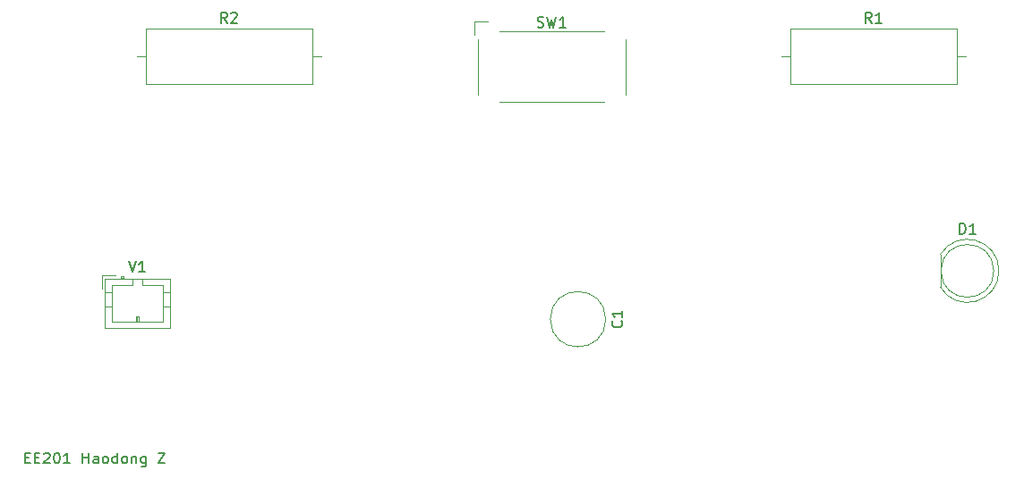
<source format=gbr>
%TF.GenerationSoftware,KiCad,Pcbnew,(6.0.10)*%
%TF.CreationDate,2023-02-17T15:21:58-08:00*%
%TF.ProjectId,Exercise 1,45786572-6369-4736-9520-312e6b696361,rev?*%
%TF.SameCoordinates,Original*%
%TF.FileFunction,Legend,Top*%
%TF.FilePolarity,Positive*%
%FSLAX46Y46*%
G04 Gerber Fmt 4.6, Leading zero omitted, Abs format (unit mm)*
G04 Created by KiCad (PCBNEW (6.0.10)) date 2023-02-17 15:21:58*
%MOMM*%
%LPD*%
G01*
G04 APERTURE LIST*
%ADD10C,0.150000*%
%ADD11C,0.120000*%
G04 APERTURE END LIST*
D10*
X143288571Y-91368571D02*
X143621904Y-91368571D01*
X143764761Y-91892380D02*
X143288571Y-91892380D01*
X143288571Y-90892380D01*
X143764761Y-90892380D01*
X144193333Y-91368571D02*
X144526666Y-91368571D01*
X144669523Y-91892380D02*
X144193333Y-91892380D01*
X144193333Y-90892380D01*
X144669523Y-90892380D01*
X145050476Y-90987619D02*
X145098095Y-90940000D01*
X145193333Y-90892380D01*
X145431428Y-90892380D01*
X145526666Y-90940000D01*
X145574285Y-90987619D01*
X145621904Y-91082857D01*
X145621904Y-91178095D01*
X145574285Y-91320952D01*
X145002857Y-91892380D01*
X145621904Y-91892380D01*
X146240952Y-90892380D02*
X146336190Y-90892380D01*
X146431428Y-90940000D01*
X146479047Y-90987619D01*
X146526666Y-91082857D01*
X146574285Y-91273333D01*
X146574285Y-91511428D01*
X146526666Y-91701904D01*
X146479047Y-91797142D01*
X146431428Y-91844761D01*
X146336190Y-91892380D01*
X146240952Y-91892380D01*
X146145714Y-91844761D01*
X146098095Y-91797142D01*
X146050476Y-91701904D01*
X146002857Y-91511428D01*
X146002857Y-91273333D01*
X146050476Y-91082857D01*
X146098095Y-90987619D01*
X146145714Y-90940000D01*
X146240952Y-90892380D01*
X147526666Y-91892380D02*
X146955238Y-91892380D01*
X147240952Y-91892380D02*
X147240952Y-90892380D01*
X147145714Y-91035238D01*
X147050476Y-91130476D01*
X146955238Y-91178095D01*
X148717142Y-91892380D02*
X148717142Y-90892380D01*
X148717142Y-91368571D02*
X149288571Y-91368571D01*
X149288571Y-91892380D02*
X149288571Y-90892380D01*
X150193333Y-91892380D02*
X150193333Y-91368571D01*
X150145714Y-91273333D01*
X150050476Y-91225714D01*
X149860000Y-91225714D01*
X149764761Y-91273333D01*
X150193333Y-91844761D02*
X150098095Y-91892380D01*
X149860000Y-91892380D01*
X149764761Y-91844761D01*
X149717142Y-91749523D01*
X149717142Y-91654285D01*
X149764761Y-91559047D01*
X149860000Y-91511428D01*
X150098095Y-91511428D01*
X150193333Y-91463809D01*
X150812380Y-91892380D02*
X150717142Y-91844761D01*
X150669523Y-91797142D01*
X150621904Y-91701904D01*
X150621904Y-91416190D01*
X150669523Y-91320952D01*
X150717142Y-91273333D01*
X150812380Y-91225714D01*
X150955238Y-91225714D01*
X151050476Y-91273333D01*
X151098095Y-91320952D01*
X151145714Y-91416190D01*
X151145714Y-91701904D01*
X151098095Y-91797142D01*
X151050476Y-91844761D01*
X150955238Y-91892380D01*
X150812380Y-91892380D01*
X152002857Y-91892380D02*
X152002857Y-90892380D01*
X152002857Y-91844761D02*
X151907619Y-91892380D01*
X151717142Y-91892380D01*
X151621904Y-91844761D01*
X151574285Y-91797142D01*
X151526666Y-91701904D01*
X151526666Y-91416190D01*
X151574285Y-91320952D01*
X151621904Y-91273333D01*
X151717142Y-91225714D01*
X151907619Y-91225714D01*
X152002857Y-91273333D01*
X152621904Y-91892380D02*
X152526666Y-91844761D01*
X152479047Y-91797142D01*
X152431428Y-91701904D01*
X152431428Y-91416190D01*
X152479047Y-91320952D01*
X152526666Y-91273333D01*
X152621904Y-91225714D01*
X152764761Y-91225714D01*
X152860000Y-91273333D01*
X152907619Y-91320952D01*
X152955238Y-91416190D01*
X152955238Y-91701904D01*
X152907619Y-91797142D01*
X152860000Y-91844761D01*
X152764761Y-91892380D01*
X152621904Y-91892380D01*
X153383809Y-91225714D02*
X153383809Y-91892380D01*
X153383809Y-91320952D02*
X153431428Y-91273333D01*
X153526666Y-91225714D01*
X153669523Y-91225714D01*
X153764761Y-91273333D01*
X153812380Y-91368571D01*
X153812380Y-91892380D01*
X154717142Y-91225714D02*
X154717142Y-92035238D01*
X154669523Y-92130476D01*
X154621904Y-92178095D01*
X154526666Y-92225714D01*
X154383809Y-92225714D01*
X154288571Y-92178095D01*
X154717142Y-91844761D02*
X154621904Y-91892380D01*
X154431428Y-91892380D01*
X154336190Y-91844761D01*
X154288571Y-91797142D01*
X154240952Y-91701904D01*
X154240952Y-91416190D01*
X154288571Y-91320952D01*
X154336190Y-91273333D01*
X154431428Y-91225714D01*
X154621904Y-91225714D01*
X154717142Y-91273333D01*
X155860000Y-90892380D02*
X156526666Y-90892380D01*
X155860000Y-91892380D01*
X156526666Y-91892380D01*
%TO.C,R1*%
X223353333Y-50172380D02*
X223020000Y-49696190D01*
X222781904Y-50172380D02*
X222781904Y-49172380D01*
X223162857Y-49172380D01*
X223258095Y-49220000D01*
X223305714Y-49267619D01*
X223353333Y-49362857D01*
X223353333Y-49505714D01*
X223305714Y-49600952D01*
X223258095Y-49648571D01*
X223162857Y-49696190D01*
X222781904Y-49696190D01*
X224305714Y-50172380D02*
X223734285Y-50172380D01*
X224020000Y-50172380D02*
X224020000Y-49172380D01*
X223924761Y-49315238D01*
X223829523Y-49410476D01*
X223734285Y-49458095D01*
%TO.C,SW1*%
X191749166Y-50542261D02*
X191892023Y-50589880D01*
X192130119Y-50589880D01*
X192225357Y-50542261D01*
X192272976Y-50494642D01*
X192320595Y-50399404D01*
X192320595Y-50304166D01*
X192272976Y-50208928D01*
X192225357Y-50161309D01*
X192130119Y-50113690D01*
X191939642Y-50066071D01*
X191844404Y-50018452D01*
X191796785Y-49970833D01*
X191749166Y-49875595D01*
X191749166Y-49780357D01*
X191796785Y-49685119D01*
X191844404Y-49637500D01*
X191939642Y-49589880D01*
X192177738Y-49589880D01*
X192320595Y-49637500D01*
X192653928Y-49589880D02*
X192892023Y-50589880D01*
X193082500Y-49875595D01*
X193272976Y-50589880D01*
X193511071Y-49589880D01*
X194415833Y-50589880D02*
X193844404Y-50589880D01*
X194130119Y-50589880D02*
X194130119Y-49589880D01*
X194034880Y-49732738D01*
X193939642Y-49827976D01*
X193844404Y-49875595D01*
%TO.C,C1*%
X199687142Y-78406666D02*
X199734761Y-78454285D01*
X199782380Y-78597142D01*
X199782380Y-78692380D01*
X199734761Y-78835238D01*
X199639523Y-78930476D01*
X199544285Y-78978095D01*
X199353809Y-79025714D01*
X199210952Y-79025714D01*
X199020476Y-78978095D01*
X198925238Y-78930476D01*
X198830000Y-78835238D01*
X198782380Y-78692380D01*
X198782380Y-78597142D01*
X198830000Y-78454285D01*
X198877619Y-78406666D01*
X199782380Y-77454285D02*
X199782380Y-78025714D01*
X199782380Y-77740000D02*
X198782380Y-77740000D01*
X198925238Y-77835238D01*
X199020476Y-77930476D01*
X199068095Y-78025714D01*
%TO.C,V1*%
X153090476Y-72752380D02*
X153423809Y-73752380D01*
X153757142Y-72752380D01*
X154614285Y-73752380D02*
X154042857Y-73752380D01*
X154328571Y-73752380D02*
X154328571Y-72752380D01*
X154233333Y-72895238D01*
X154138095Y-72990476D01*
X154042857Y-73038095D01*
%TO.C,D1*%
X231671904Y-70152380D02*
X231671904Y-69152380D01*
X231910000Y-69152380D01*
X232052857Y-69200000D01*
X232148095Y-69295238D01*
X232195714Y-69390476D01*
X232243333Y-69580952D01*
X232243333Y-69723809D01*
X232195714Y-69914285D01*
X232148095Y-70009523D01*
X232052857Y-70104761D01*
X231910000Y-70152380D01*
X231671904Y-70152380D01*
X233195714Y-70152380D02*
X232624285Y-70152380D01*
X232910000Y-70152380D02*
X232910000Y-69152380D01*
X232814761Y-69295238D01*
X232719523Y-69390476D01*
X232624285Y-69438095D01*
%TO.C,R2*%
X162393333Y-50172380D02*
X162060000Y-49696190D01*
X161821904Y-50172380D02*
X161821904Y-49172380D01*
X162202857Y-49172380D01*
X162298095Y-49220000D01*
X162345714Y-49267619D01*
X162393333Y-49362857D01*
X162393333Y-49505714D01*
X162345714Y-49600952D01*
X162298095Y-49648571D01*
X162202857Y-49696190D01*
X161821904Y-49696190D01*
X162774285Y-49267619D02*
X162821904Y-49220000D01*
X162917142Y-49172380D01*
X163155238Y-49172380D01*
X163250476Y-49220000D01*
X163298095Y-49267619D01*
X163345714Y-49362857D01*
X163345714Y-49458095D01*
X163298095Y-49600952D01*
X162726666Y-50172380D01*
X163345714Y-50172380D01*
D11*
%TO.C,R1*%
X232240000Y-53340000D02*
X231390000Y-53340000D01*
X231390000Y-55960000D02*
X231390000Y-50720000D01*
X231390000Y-50720000D02*
X215650000Y-50720000D01*
X215650000Y-50720000D02*
X215650000Y-55960000D01*
X214800000Y-53340000D02*
X215650000Y-53340000D01*
X215650000Y-55960000D02*
X231390000Y-55960000D01*
%TO.C,SW1*%
X200082500Y-51737500D02*
X200082500Y-56937500D01*
X188132500Y-50987500D02*
X198032500Y-50987500D01*
X185782500Y-51337500D02*
X185782500Y-50037500D01*
X185782500Y-50037500D02*
X187082500Y-50037500D01*
X198032500Y-57687500D02*
X188132500Y-57687500D01*
X186082500Y-56937500D02*
X186082500Y-51737500D01*
%TO.C,C1*%
X198200000Y-78240000D02*
G75*
G03*
X198200000Y-78240000I-2620000J0D01*
G01*
%TO.C,V1*%
X152600000Y-74190000D02*
X152300000Y-74190000D01*
X150840000Y-75700000D02*
X151450000Y-75700000D01*
X151450000Y-78500000D02*
X156350000Y-78500000D01*
X153900000Y-78500000D02*
X153900000Y-78000000D01*
X153400000Y-74390000D02*
X153400000Y-75000000D01*
X156960000Y-79110000D02*
X156960000Y-74390000D01*
X152600000Y-74390000D02*
X152600000Y-74190000D01*
X156960000Y-75700000D02*
X156350000Y-75700000D01*
X153800000Y-78000000D02*
X154000000Y-78000000D01*
X153800000Y-78500000D02*
X153800000Y-78000000D01*
X150840000Y-77000000D02*
X151450000Y-77000000D01*
X150540000Y-74090000D02*
X150540000Y-75340000D01*
X151450000Y-75000000D02*
X151450000Y-78500000D01*
X152300000Y-74190000D02*
X152300000Y-74390000D01*
X153400000Y-75000000D02*
X151450000Y-75000000D01*
X156350000Y-75000000D02*
X154400000Y-75000000D01*
X154400000Y-75000000D02*
X154400000Y-74390000D01*
X150840000Y-74390000D02*
X150840000Y-79110000D01*
X156350000Y-78500000D02*
X156350000Y-75000000D01*
X154000000Y-78000000D02*
X154000000Y-78500000D01*
X152600000Y-74290000D02*
X152300000Y-74290000D01*
X156960000Y-74390000D02*
X150840000Y-74390000D01*
X150840000Y-79110000D02*
X156960000Y-79110000D01*
X156960000Y-77000000D02*
X156350000Y-77000000D01*
X151790000Y-74090000D02*
X150540000Y-74090000D01*
%TO.C,D1*%
X229850000Y-72115000D02*
X229850000Y-75205000D01*
X235400000Y-73660462D02*
G75*
G03*
X229850000Y-72115170I-2990000J462D01*
G01*
X229850000Y-75204830D02*
G75*
G03*
X235400000Y-73659538I2560000J1544830D01*
G01*
X234910000Y-73660000D02*
G75*
G03*
X234910000Y-73660000I-2500000J0D01*
G01*
%TO.C,R2*%
X153840000Y-53340000D02*
X154690000Y-53340000D01*
X154690000Y-50720000D02*
X154690000Y-55960000D01*
X170430000Y-50720000D02*
X154690000Y-50720000D01*
X171280000Y-53340000D02*
X170430000Y-53340000D01*
X154690000Y-55960000D02*
X170430000Y-55960000D01*
X170430000Y-55960000D02*
X170430000Y-50720000D01*
%TD*%
M02*

</source>
